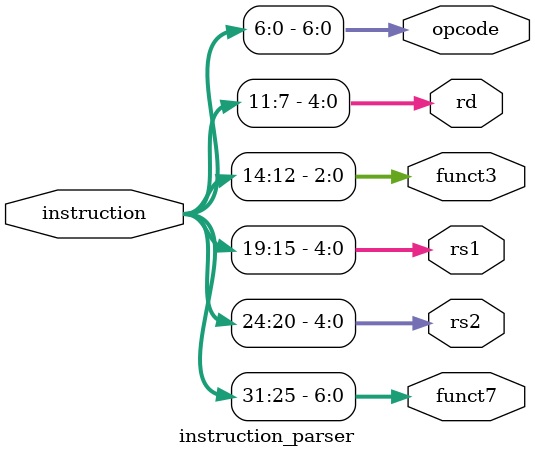
<source format=v>
module instruction_parser
(	
	input[31:0] instruction,
	output [6:0] funct7,
	output [4:0] rs2,
	output [4:0] rs1,
	output [2:0] funct3,
	output [4:0] rd,
	output [6:0] opcode
);

assign funct7 = instruction[31:25];
assign rs2 = instruction[24:20];
assign rs1 = instruction[19:15];
assign funct3 = instruction[14:12];
assign rd = instruction[11:7];
assign opcode = instruction[6:0];	
	
endmodule

</source>
